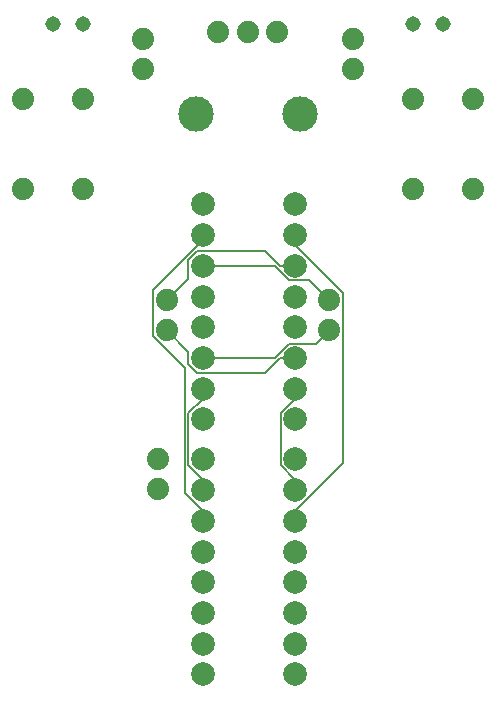
<source format=gbr>
G04 EAGLE Gerber RS-274X export*
G75*
%MOMM*%
%FSLAX34Y34*%
%LPD*%
%INBottom Copper*%
%IPPOS*%
%AMOC8*
5,1,8,0,0,1.08239X$1,22.5*%
G01*
%ADD10C,1.879600*%
%ADD11C,1.308000*%
%ADD12C,2.000000*%
%ADD13C,3.000000*%
%ADD14C,0.152400*%


D10*
X355600Y533400D03*
X355600Y558800D03*
X177800Y533400D03*
X177800Y558800D03*
X190500Y177800D03*
X190500Y203200D03*
X335500Y312500D03*
X335500Y337900D03*
X197900Y337900D03*
X197900Y312500D03*
D11*
X127000Y571500D03*
X101600Y571500D03*
X431800Y571500D03*
X406400Y571500D03*
D10*
X406400Y508000D03*
X406400Y431800D03*
X127000Y508000D03*
X127000Y431800D03*
X76200Y508000D03*
X76200Y431800D03*
X457200Y508000D03*
X457200Y431800D03*
D12*
X228600Y419100D03*
X228600Y393100D03*
X228600Y367100D03*
X228600Y341100D03*
X228600Y315100D03*
X228600Y289100D03*
X228600Y263100D03*
X228600Y237100D03*
X306600Y237100D03*
X306600Y263100D03*
X306600Y289100D03*
X306600Y315100D03*
X306600Y341100D03*
X306600Y367100D03*
X306600Y393100D03*
X306600Y419100D03*
D10*
X291700Y565300D03*
X266700Y565300D03*
X241700Y565300D03*
D13*
X310700Y495300D03*
X222700Y495300D03*
D12*
X228600Y203200D03*
X228600Y177200D03*
X228600Y151200D03*
X228600Y125200D03*
X228600Y99200D03*
X228600Y73200D03*
X228600Y47200D03*
X228600Y21200D03*
X306600Y21200D03*
X306600Y47200D03*
X306600Y73200D03*
X306600Y99200D03*
X306600Y125200D03*
X306600Y151200D03*
X306600Y177200D03*
X306600Y203200D03*
D14*
X228600Y159825D02*
X228600Y151200D01*
X228600Y388786D02*
X228600Y393100D01*
X186216Y307660D02*
X213266Y280610D01*
X213266Y175159D02*
X228600Y159825D01*
X213266Y175159D02*
X213266Y280610D01*
X186216Y346402D02*
X228600Y388786D01*
X186216Y346402D02*
X186216Y307660D01*
X306600Y159825D02*
X306600Y151200D01*
X306600Y384475D02*
X306600Y393100D01*
X306600Y384475D02*
X347184Y343891D01*
X347184Y200409D02*
X306600Y159825D01*
X347184Y200409D02*
X347184Y343891D01*
X306600Y185825D02*
X306600Y177200D01*
X306600Y254475D02*
X306600Y263100D01*
X294314Y198111D02*
X306600Y185825D01*
X294314Y242189D02*
X306600Y254475D01*
X294314Y242189D02*
X294314Y198111D01*
X228600Y185825D02*
X228600Y177200D01*
X228600Y254475D02*
X228600Y263100D01*
X216314Y198111D02*
X228600Y185825D01*
X216314Y242189D02*
X228600Y254475D01*
X216314Y242189D02*
X216314Y198111D01*
X228600Y289100D02*
X289225Y289100D01*
X324386Y301386D02*
X335500Y312500D01*
X301511Y301386D02*
X289225Y289100D01*
X301511Y301386D02*
X324386Y301386D01*
X289225Y367100D02*
X228600Y367100D01*
X318586Y354814D02*
X335500Y337900D01*
X301511Y354814D02*
X289225Y367100D01*
X301511Y354814D02*
X318586Y354814D01*
X306600Y289100D02*
X293536Y289100D01*
X223511Y276814D02*
X216314Y284011D01*
X216314Y294086D01*
X197900Y312500D01*
X281250Y276814D02*
X293536Y289100D01*
X281250Y276814D02*
X223511Y276814D01*
X216314Y372189D02*
X223511Y379386D01*
X293536Y367100D02*
X306600Y367100D01*
X216314Y356314D02*
X197900Y337900D01*
X216314Y356314D02*
X216314Y372189D01*
X223511Y379386D02*
X281250Y379386D01*
X293536Y367100D01*
M02*

</source>
